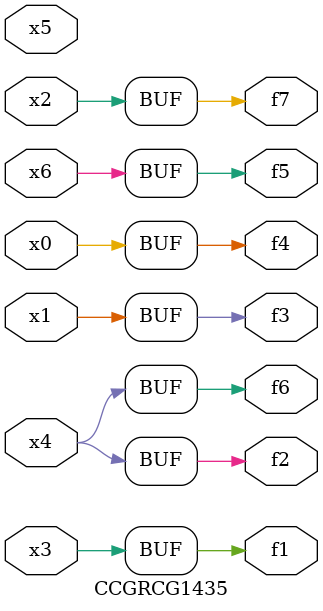
<source format=v>
module CCGRCG1435(
	input x0, x1, x2, x3, x4, x5, x6,
	output f1, f2, f3, f4, f5, f6, f7
);
	assign f1 = x3;
	assign f2 = x4;
	assign f3 = x1;
	assign f4 = x0;
	assign f5 = x6;
	assign f6 = x4;
	assign f7 = x2;
endmodule

</source>
